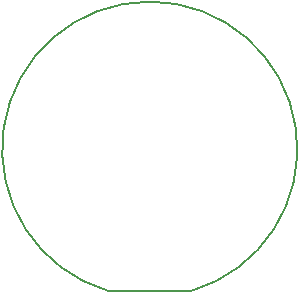
<source format=gm1>
G04 #@! TF.GenerationSoftware,KiCad,Pcbnew,5.0.2-bee76a0~70~ubuntu18.04.1*
G04 #@! TF.CreationDate,2019-06-05T01:10:19+02:00*
G04 #@! TF.ProjectId,mainboard,6d61696e-626f-4617-9264-2e6b69636164,rev?*
G04 #@! TF.SameCoordinates,Original*
G04 #@! TF.FileFunction,Profile,NP*
%FSLAX46Y46*%
G04 Gerber Fmt 4.6, Leading zero omitted, Abs format (unit mm)*
G04 Created by KiCad (PCBNEW 5.0.2-bee76a0~70~ubuntu18.04.1) date Mi 05 Jun 2019 01:10:19 CEST*
%MOMM*%
%LPD*%
G01*
G04 APERTURE LIST*
%ADD10C,0.150000*%
G04 APERTURE END LIST*
D10*
X3500000Y-12000000D02*
X-3500000Y-12000000D01*
X-3495725Y-12001246D02*
G75*
G02X3500000Y-12000000I3495725J12001246D01*
G01*
M02*

</source>
